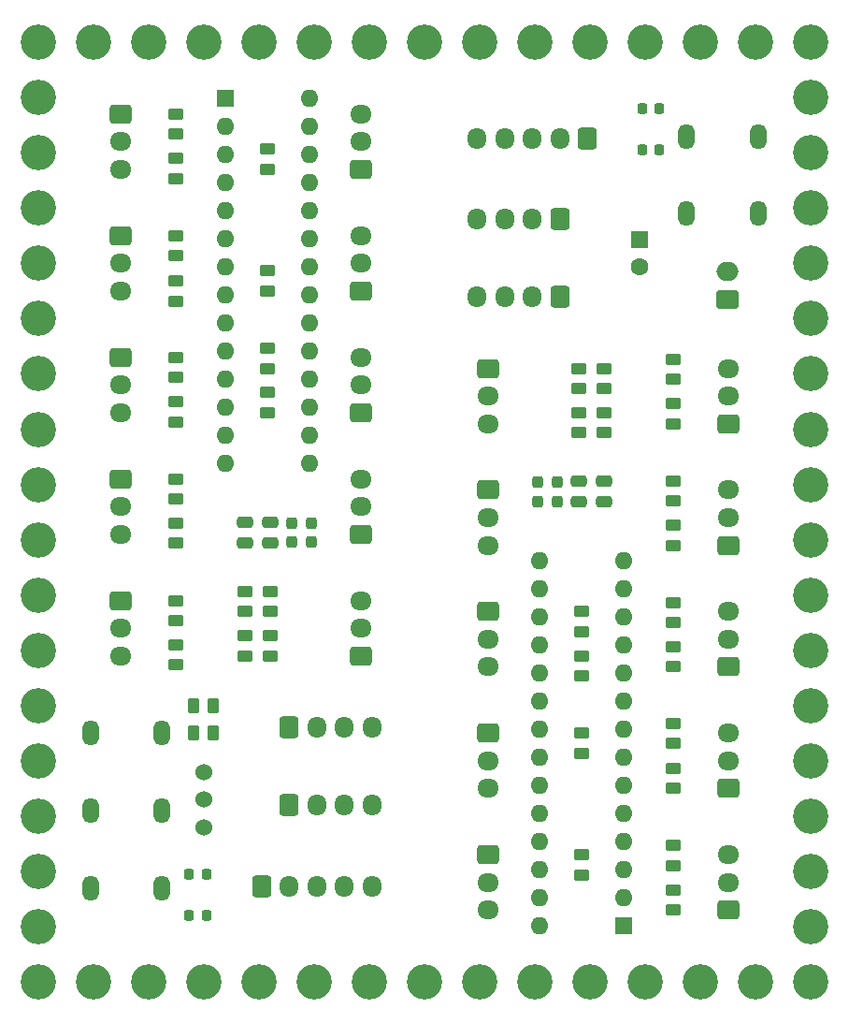
<source format=gbr>
%TF.GenerationSoftware,KiCad,Pcbnew,7.0.6*%
%TF.CreationDate,2023-12-18T00:28:03+09:00*%
%TF.ProjectId,Controller_20220713_TOINIOT2,436f6e74-726f-46c6-9c65-725f32303232,rev?*%
%TF.SameCoordinates,Original*%
%TF.FileFunction,Soldermask,Top*%
%TF.FilePolarity,Negative*%
%FSLAX46Y46*%
G04 Gerber Fmt 4.6, Leading zero omitted, Abs format (unit mm)*
G04 Created by KiCad (PCBNEW 7.0.6) date 2023-12-18 00:28:03*
%MOMM*%
%LPD*%
G01*
G04 APERTURE LIST*
G04 Aperture macros list*
%AMRoundRect*
0 Rectangle with rounded corners*
0 $1 Rounding radius*
0 $2 $3 $4 $5 $6 $7 $8 $9 X,Y pos of 4 corners*
0 Add a 4 corners polygon primitive as box body*
4,1,4,$2,$3,$4,$5,$6,$7,$8,$9,$2,$3,0*
0 Add four circle primitives for the rounded corners*
1,1,$1+$1,$2,$3*
1,1,$1+$1,$4,$5*
1,1,$1+$1,$6,$7*
1,1,$1+$1,$8,$9*
0 Add four rect primitives between the rounded corners*
20,1,$1+$1,$2,$3,$4,$5,0*
20,1,$1+$1,$4,$5,$6,$7,0*
20,1,$1+$1,$6,$7,$8,$9,0*
20,1,$1+$1,$8,$9,$2,$3,0*%
G04 Aperture macros list end*
%ADD10C,3.200000*%
%ADD11RoundRect,0.250000X0.450000X-0.262500X0.450000X0.262500X-0.450000X0.262500X-0.450000X-0.262500X0*%
%ADD12RoundRect,0.250000X-0.725000X0.600000X-0.725000X-0.600000X0.725000X-0.600000X0.725000X0.600000X0*%
%ADD13O,1.950000X1.700000*%
%ADD14RoundRect,0.250000X-0.600000X-0.725000X0.600000X-0.725000X0.600000X0.725000X-0.600000X0.725000X0*%
%ADD15O,1.700000X1.950000*%
%ADD16RoundRect,0.250000X-0.475000X0.250000X-0.475000X-0.250000X0.475000X-0.250000X0.475000X0.250000X0*%
%ADD17RoundRect,0.250000X0.600000X0.725000X-0.600000X0.725000X-0.600000X-0.725000X0.600000X-0.725000X0*%
%ADD18RoundRect,0.250000X0.475000X-0.250000X0.475000X0.250000X-0.475000X0.250000X-0.475000X-0.250000X0*%
%ADD19RoundRect,0.250000X-0.450000X0.262500X-0.450000X-0.262500X0.450000X-0.262500X0.450000X0.262500X0*%
%ADD20RoundRect,0.237500X0.237500X-0.287500X0.237500X0.287500X-0.237500X0.287500X-0.237500X-0.287500X0*%
%ADD21O,1.512000X2.300000*%
%ADD22R,1.600000X1.600000*%
%ADD23C,1.600000*%
%ADD24RoundRect,0.250000X0.725000X-0.600000X0.725000X0.600000X-0.725000X0.600000X-0.725000X-0.600000X0*%
%ADD25RoundRect,0.250000X0.262500X0.450000X-0.262500X0.450000X-0.262500X-0.450000X0.262500X-0.450000X0*%
%ADD26RoundRect,0.250000X-0.262500X-0.450000X0.262500X-0.450000X0.262500X0.450000X-0.262500X0.450000X0*%
%ADD27O,1.600000X1.600000*%
%ADD28RoundRect,0.237500X-0.237500X0.287500X-0.237500X-0.287500X0.237500X-0.287500X0.237500X0.287500X0*%
%ADD29RoundRect,0.218750X-0.218750X-0.256250X0.218750X-0.256250X0.218750X0.256250X-0.218750X0.256250X0*%
%ADD30C,1.524000*%
%ADD31RoundRect,0.218750X0.218750X0.256250X-0.218750X0.256250X-0.218750X-0.256250X0.218750X-0.256250X0*%
%ADD32RoundRect,0.250000X0.750000X-0.600000X0.750000X0.600000X-0.750000X0.600000X-0.750000X-0.600000X0*%
%ADD33O,2.000000X1.700000*%
G04 APERTURE END LIST*
D10*
%TO.C,REF\u002A\u002A*%
X85000000Y-20000000D03*
%TD*%
%TO.C,REF\u002A\u002A*%
X50000000Y-20000000D03*
%TD*%
D11*
%TO.C,R16*%
X40800000Y-49500000D03*
X40800000Y-47675000D03*
%TD*%
D12*
%TO.C,CN1*%
X27500000Y-26500000D03*
D13*
X27500000Y-29000000D03*
X27500000Y-31500000D03*
%TD*%
D14*
%TO.C,I2C1*%
X42750000Y-81975000D03*
D15*
X45250000Y-81975000D03*
X47750000Y-81975000D03*
X50250000Y-81975000D03*
%TD*%
D12*
%TO.C,CN2*%
X27500000Y-37500000D03*
D13*
X27500000Y-40000000D03*
X27500000Y-42500000D03*
%TD*%
D16*
%TO.C,C6*%
X69000000Y-59695000D03*
X69000000Y-61595000D03*
%TD*%
D11*
%TO.C,R31*%
X77500000Y-94500000D03*
X77500000Y-92675000D03*
%TD*%
D17*
%TO.C,I2C3*%
X67250000Y-43025000D03*
D15*
X64750000Y-43025000D03*
X62250000Y-43025000D03*
X59750000Y-43025000D03*
%TD*%
D10*
%TO.C,REF\u002A\u002A*%
X90000000Y-65000000D03*
%TD*%
%TO.C,REF\u002A\u002A*%
X20000000Y-35000000D03*
%TD*%
D18*
%TO.C,C3*%
X41000000Y-65305000D03*
X41000000Y-63405000D03*
%TD*%
D19*
%TO.C,R24*%
X77500000Y-63675000D03*
X77500000Y-65500000D03*
%TD*%
D16*
%TO.C,C5*%
X71250000Y-59695000D03*
X71250000Y-61595000D03*
%TD*%
D10*
%TO.C,REF\u002A\u002A*%
X60000000Y-20000000D03*
%TD*%
%TO.C,REF\u002A\u002A*%
X70000000Y-105000000D03*
%TD*%
D11*
%TO.C,R3*%
X32500000Y-50325000D03*
X32500000Y-48500000D03*
%TD*%
D12*
%TO.C,CN17*%
X60725000Y-82500000D03*
D13*
X60725000Y-85000000D03*
X60725000Y-87500000D03*
%TD*%
D20*
%TO.C,FB4*%
X65250000Y-61520000D03*
X65250000Y-59770000D03*
%TD*%
D21*
%TO.C,RESET2*%
X78750000Y-28500000D03*
X85250000Y-28500000D03*
%TD*%
D19*
%TO.C,R13*%
X32500000Y-74500000D03*
X32500000Y-76325000D03*
%TD*%
D10*
%TO.C,REF\u002A\u002A*%
X25000000Y-20000000D03*
%TD*%
%TO.C,REF\u002A\u002A*%
X40000000Y-105000000D03*
%TD*%
%TO.C,REF\u002A\u002A*%
X40000000Y-20000000D03*
%TD*%
%TO.C,REF\u002A\u002A*%
X70000000Y-20000000D03*
%TD*%
D11*
%TO.C,R5*%
X32500000Y-72325000D03*
X32500000Y-70500000D03*
%TD*%
%TO.C,R1*%
X32500000Y-28325000D03*
X32500000Y-26500000D03*
%TD*%
D19*
%TO.C,R12*%
X32500000Y-41587500D03*
X32500000Y-43412500D03*
%TD*%
D21*
%TO.C,RESET*%
X31250000Y-96500000D03*
X24750000Y-96500000D03*
%TD*%
D10*
%TO.C,REF\u002A\u002A*%
X20000000Y-40000000D03*
%TD*%
D19*
%TO.C,R38*%
X77500000Y-70675000D03*
X77500000Y-72500000D03*
%TD*%
D22*
%TO.C,C1*%
X74500000Y-37817621D03*
D23*
X74500000Y-40317621D03*
%TD*%
D10*
%TO.C,REF\u002A\u002A*%
X60000000Y-105000000D03*
%TD*%
%TO.C,REF\u002A\u002A*%
X35000000Y-105000000D03*
%TD*%
D19*
%TO.C,R6*%
X40800000Y-29675000D03*
X40800000Y-31500000D03*
%TD*%
D10*
%TO.C,REF\u002A\u002A*%
X20000000Y-80000000D03*
%TD*%
%TO.C,REF\u002A\u002A*%
X45000000Y-105000000D03*
%TD*%
%TO.C,REF\u002A\u002A*%
X20000000Y-50000000D03*
%TD*%
%TO.C,REF\u002A\u002A*%
X90000000Y-25000000D03*
%TD*%
D19*
%TO.C,R21*%
X77500000Y-96675000D03*
X77500000Y-98500000D03*
%TD*%
D11*
%TO.C,R32*%
X77500000Y-83412500D03*
X77500000Y-81587500D03*
%TD*%
D24*
%TO.C,CN11*%
X82500000Y-98500000D03*
D13*
X82500000Y-96000000D03*
X82500000Y-93500000D03*
%TD*%
D10*
%TO.C,REF\u002A\u002A*%
X30000000Y-20000000D03*
%TD*%
%TO.C,REF\u002A\u002A*%
X90000000Y-80000000D03*
%TD*%
%TO.C,REF\u002A\u002A*%
X55000000Y-105000000D03*
%TD*%
D25*
%TO.C,R42*%
X35912500Y-80000000D03*
X34087500Y-80000000D03*
%TD*%
D10*
%TO.C,REF\u002A\u002A*%
X20000000Y-75000000D03*
%TD*%
%TO.C,REF\u002A\u002A*%
X90000000Y-95000000D03*
%TD*%
D20*
%TO.C,FB3*%
X67000000Y-61520000D03*
X67000000Y-59770000D03*
%TD*%
D10*
%TO.C,REF\u002A\u002A*%
X90000000Y-30000000D03*
%TD*%
%TO.C,REF\u002A\u002A*%
X90000000Y-105000000D03*
%TD*%
%TO.C,REF\u002A\u002A*%
X90000000Y-60000000D03*
%TD*%
%TO.C,REF\u002A\u002A*%
X75000000Y-20000000D03*
%TD*%
%TO.C,REF\u002A\u002A*%
X90000000Y-85000000D03*
%TD*%
%TO.C,REF\u002A\u002A*%
X90000000Y-75000000D03*
%TD*%
%TO.C,REF\u002A\u002A*%
X20000000Y-100000000D03*
%TD*%
D19*
%TO.C,R25*%
X77500000Y-52675000D03*
X77500000Y-54500000D03*
%TD*%
D10*
%TO.C,REF\u002A\u002A*%
X75000000Y-105000000D03*
%TD*%
D19*
%TO.C,R36*%
X69200000Y-75500000D03*
X69200000Y-77325000D03*
%TD*%
D10*
%TO.C,REF\u002A\u002A*%
X90000000Y-55000000D03*
%TD*%
%TO.C,REF\u002A\u002A*%
X65000000Y-20000000D03*
%TD*%
%TO.C,REF\u002A\u002A*%
X25000000Y-105000000D03*
%TD*%
%TO.C,REF\u002A\u002A*%
X20000000Y-60000000D03*
%TD*%
D26*
%TO.C,R41*%
X34087500Y-82500000D03*
X35912500Y-82500000D03*
%TD*%
D19*
%TO.C,R34*%
X69000000Y-53500000D03*
X69000000Y-55325000D03*
%TD*%
D11*
%TO.C,R30*%
X69000000Y-51325000D03*
X69000000Y-49500000D03*
%TD*%
D22*
%TO.C,U1*%
X37000000Y-25100000D03*
D27*
X37000000Y-27640000D03*
X37000000Y-30180000D03*
X37000000Y-32720000D03*
X37000000Y-35260000D03*
X37000000Y-37800000D03*
X37000000Y-40340000D03*
X37000000Y-42880000D03*
X37000000Y-45420000D03*
X37000000Y-47960000D03*
X37000000Y-50500000D03*
X37000000Y-53040000D03*
X37000000Y-55580000D03*
X37000000Y-58120000D03*
X44620000Y-58120000D03*
X44620000Y-55580000D03*
X44620000Y-53040000D03*
X44620000Y-50500000D03*
X44620000Y-47960000D03*
X44620000Y-45420000D03*
X44620000Y-42880000D03*
X44620000Y-40340000D03*
X44620000Y-37800000D03*
X44620000Y-35260000D03*
X44620000Y-32720000D03*
X44620000Y-30180000D03*
X44620000Y-27640000D03*
X44620000Y-25100000D03*
%TD*%
D10*
%TO.C,REF\u002A\u002A*%
X20000000Y-70000000D03*
%TD*%
D28*
%TO.C,FB1*%
X43000000Y-63480000D03*
X43000000Y-65230000D03*
%TD*%
D29*
%TO.C,RED2*%
X74712500Y-26000000D03*
X76287500Y-26000000D03*
%TD*%
D10*
%TO.C,REF\u002A\u002A*%
X20000000Y-65000000D03*
%TD*%
%TO.C,REF\u002A\u002A*%
X20000000Y-95000000D03*
%TD*%
%TO.C,REF\u002A\u002A*%
X20000000Y-20000000D03*
%TD*%
D24*
%TO.C,CN15*%
X82500000Y-54500000D03*
D13*
X82500000Y-52000000D03*
X82500000Y-49500000D03*
%TD*%
D24*
%TO.C,CN7*%
X49275000Y-42500000D03*
D13*
X49275000Y-40000000D03*
X49275000Y-37500000D03*
%TD*%
D10*
%TO.C,REF\u002A\u002A*%
X35000000Y-20000000D03*
%TD*%
D21*
%TO.C,START*%
X31250000Y-89500000D03*
X24750000Y-89500000D03*
%TD*%
D19*
%TO.C,R9*%
X38750000Y-73675000D03*
X38750000Y-75500000D03*
%TD*%
D10*
%TO.C,REF\u002A\u002A*%
X55000000Y-20000000D03*
%TD*%
D22*
%TO.C,U2*%
X73000000Y-99925000D03*
D27*
X73000000Y-97385000D03*
X73000000Y-94845000D03*
X73000000Y-92305000D03*
X73000000Y-89765000D03*
X73000000Y-87225000D03*
X73000000Y-84685000D03*
X73000000Y-82145000D03*
X73000000Y-79605000D03*
X73000000Y-77065000D03*
X73000000Y-74525000D03*
X73000000Y-71985000D03*
X73000000Y-69445000D03*
X73000000Y-66905000D03*
X65380000Y-66905000D03*
X65380000Y-69445000D03*
X65380000Y-71985000D03*
X65380000Y-74525000D03*
X65380000Y-77065000D03*
X65380000Y-79605000D03*
X65380000Y-82145000D03*
X65380000Y-84685000D03*
X65380000Y-87225000D03*
X65380000Y-89765000D03*
X65380000Y-92305000D03*
X65380000Y-94845000D03*
X65380000Y-97385000D03*
X65380000Y-99925000D03*
%TD*%
D11*
%TO.C,R15*%
X38750000Y-71500000D03*
X38750000Y-69675000D03*
%TD*%
D19*
%TO.C,R22*%
X77500000Y-85675000D03*
X77500000Y-87500000D03*
%TD*%
D10*
%TO.C,REF\u002A\u002A*%
X20000000Y-105000000D03*
%TD*%
D12*
%TO.C,CN4*%
X27500000Y-59500000D03*
D13*
X27500000Y-62000000D03*
X27500000Y-64500000D03*
%TD*%
D14*
%TO.C,SER1*%
X40250000Y-96330000D03*
D15*
X42750000Y-96330000D03*
X45250000Y-96330000D03*
X47750000Y-96330000D03*
X50250000Y-96330000D03*
%TD*%
D10*
%TO.C,REF\u002A\u002A*%
X90000000Y-35000000D03*
%TD*%
%TO.C,REF\u002A\u002A*%
X90000000Y-100000000D03*
%TD*%
D11*
%TO.C,R27*%
X69200000Y-84325000D03*
X69200000Y-82500000D03*
%TD*%
D19*
%TO.C,R23*%
X77500000Y-74675000D03*
X77500000Y-76500000D03*
%TD*%
D12*
%TO.C,CN5*%
X27500000Y-70500000D03*
D13*
X27500000Y-73000000D03*
X27500000Y-75500000D03*
%TD*%
D30*
%TO.C,SW5*%
X35000000Y-86000000D03*
X35000000Y-88500000D03*
X35000000Y-91000000D03*
%TD*%
D14*
%TO.C,I2C2*%
X42750000Y-89000000D03*
D15*
X45250000Y-89000000D03*
X47750000Y-89000000D03*
X50250000Y-89000000D03*
%TD*%
D10*
%TO.C,REF\u002A\u002A*%
X20000000Y-85000000D03*
%TD*%
D17*
%TO.C,I2C4*%
X67250000Y-36000000D03*
D15*
X64750000Y-36000000D03*
X62250000Y-36000000D03*
X59750000Y-36000000D03*
%TD*%
D11*
%TO.C,R29*%
X71250000Y-51325000D03*
X71250000Y-49500000D03*
%TD*%
D24*
%TO.C,CN6*%
X49275000Y-31500000D03*
D13*
X49275000Y-29000000D03*
X49275000Y-26500000D03*
%TD*%
D11*
%TO.C,R17*%
X32500000Y-65325000D03*
X32500000Y-63500000D03*
%TD*%
D31*
%TO.C,RED*%
X35287500Y-99000000D03*
X33712500Y-99000000D03*
%TD*%
D24*
%TO.C,CN13*%
X82500000Y-76500000D03*
D13*
X82500000Y-74000000D03*
X82500000Y-71500000D03*
%TD*%
D10*
%TO.C,REF\u002A\u002A*%
X85000000Y-105000000D03*
%TD*%
D19*
%TO.C,R10*%
X41000000Y-73675000D03*
X41000000Y-75500000D03*
%TD*%
D10*
%TO.C,REF\u002A\u002A*%
X90000000Y-90000000D03*
%TD*%
%TO.C,REF\u002A\u002A*%
X90000000Y-70000000D03*
%TD*%
D12*
%TO.C,CN20*%
X60725000Y-49500000D03*
D13*
X60725000Y-52000000D03*
X60725000Y-54500000D03*
%TD*%
D10*
%TO.C,REF\u002A\u002A*%
X90000000Y-50000000D03*
%TD*%
D19*
%TO.C,R8*%
X40800000Y-51675000D03*
X40800000Y-53500000D03*
%TD*%
D24*
%TO.C,CN14*%
X82500000Y-65500000D03*
D13*
X82500000Y-63000000D03*
X82500000Y-60500000D03*
%TD*%
D10*
%TO.C,REF\u002A\u002A*%
X20000000Y-90000000D03*
%TD*%
%TO.C,REF\u002A\u002A*%
X20000000Y-30000000D03*
%TD*%
%TO.C,REF\u002A\u002A*%
X45000000Y-20000000D03*
%TD*%
D21*
%TO.C,BTN-CN10*%
X24750000Y-82500000D03*
X31250000Y-82500000D03*
%TD*%
%TO.C,START2*%
X78750000Y-35500000D03*
X85250000Y-35500000D03*
%TD*%
D10*
%TO.C,REF\u002A\u002A*%
X20000000Y-25000000D03*
%TD*%
%TO.C,REF\u002A\u002A*%
X30000000Y-105000000D03*
%TD*%
%TO.C,REF\u002A\u002A*%
X90000000Y-40000000D03*
%TD*%
%TO.C,REF\u002A\u002A*%
X80000000Y-20000000D03*
%TD*%
D19*
%TO.C,R35*%
X71250000Y-53500000D03*
X71250000Y-55325000D03*
%TD*%
D18*
%TO.C,C2*%
X38750000Y-65305000D03*
X38750000Y-63405000D03*
%TD*%
D10*
%TO.C,REF\u002A\u002A*%
X65000000Y-105000000D03*
%TD*%
D11*
%TO.C,R33*%
X77500000Y-50500000D03*
X77500000Y-48675000D03*
%TD*%
%TO.C,R4*%
X32500000Y-61325000D03*
X32500000Y-59500000D03*
%TD*%
D32*
%TO.C,J1*%
X82475000Y-43250000D03*
D33*
X82475000Y-40750000D03*
%TD*%
D10*
%TO.C,REF\u002A\u002A*%
X20000000Y-45000000D03*
%TD*%
%TO.C,REF\u002A\u002A*%
X90000000Y-20000000D03*
%TD*%
%TO.C,REF\u002A\u002A*%
X20000000Y-55000000D03*
%TD*%
D24*
%TO.C,CN9*%
X49275000Y-64500000D03*
D13*
X49275000Y-62000000D03*
X49275000Y-59500000D03*
%TD*%
D17*
%TO.C,SER2*%
X69750000Y-28670000D03*
D15*
X67250000Y-28670000D03*
X64750000Y-28670000D03*
X62250000Y-28670000D03*
X59750000Y-28670000D03*
%TD*%
D11*
%TO.C,R18*%
X32500000Y-54325000D03*
X32500000Y-52500000D03*
%TD*%
D31*
%TO.C,GRN*%
X35287500Y-95250000D03*
X33712500Y-95250000D03*
%TD*%
D12*
%TO.C,CN18*%
X60725000Y-71500000D03*
D13*
X60725000Y-74000000D03*
X60725000Y-76500000D03*
%TD*%
D11*
%TO.C,R2*%
X32500000Y-39325000D03*
X32500000Y-37500000D03*
%TD*%
D24*
%TO.C,CN12*%
X82500000Y-87500000D03*
D13*
X82500000Y-85000000D03*
X82500000Y-82500000D03*
%TD*%
D11*
%TO.C,R28*%
X69200000Y-73325000D03*
X69200000Y-71500000D03*
%TD*%
D28*
%TO.C,FB2*%
X44750000Y-63480000D03*
X44750000Y-65230000D03*
%TD*%
D10*
%TO.C,REF\u002A\u002A*%
X50000000Y-105000000D03*
%TD*%
D12*
%TO.C,CN19*%
X60725000Y-60500000D03*
D13*
X60725000Y-63000000D03*
X60725000Y-65500000D03*
%TD*%
D10*
%TO.C,REF\u002A\u002A*%
X90000000Y-45000000D03*
%TD*%
D19*
%TO.C,R37*%
X77500000Y-59675000D03*
X77500000Y-61500000D03*
%TD*%
D12*
%TO.C,CN3*%
X27500000Y-48500000D03*
D13*
X27500000Y-51000000D03*
X27500000Y-53500000D03*
%TD*%
D10*
%TO.C,REF\u002A\u002A*%
X80000000Y-105000000D03*
%TD*%
D24*
%TO.C,CN8*%
X49275000Y-53500000D03*
D13*
X49275000Y-51000000D03*
X49275000Y-48500000D03*
%TD*%
D29*
%TO.C,GRN2*%
X74712500Y-29750000D03*
X76287500Y-29750000D03*
%TD*%
D19*
%TO.C,R11*%
X32500000Y-30500000D03*
X32500000Y-32325000D03*
%TD*%
D12*
%TO.C,CN16*%
X60725000Y-93500000D03*
D13*
X60725000Y-96000000D03*
X60725000Y-98500000D03*
%TD*%
D24*
%TO.C,CN10*%
X49275000Y-75500000D03*
D13*
X49275000Y-73000000D03*
X49275000Y-70500000D03*
%TD*%
D11*
%TO.C,R26*%
X69200000Y-95325000D03*
X69200000Y-93500000D03*
%TD*%
%TO.C,R14*%
X41000000Y-71500000D03*
X41000000Y-69675000D03*
%TD*%
D19*
%TO.C,R7*%
X40800000Y-40675000D03*
X40800000Y-42500000D03*
%TD*%
M02*

</source>
